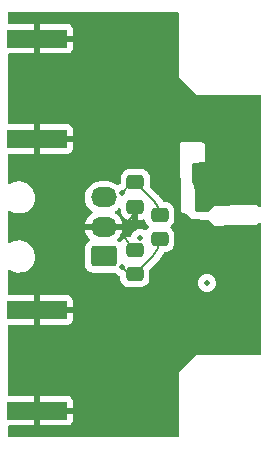
<source format=gbl>
%TF.GenerationSoftware,KiCad,Pcbnew,6.0.4-6f826c9f35~116~ubuntu20.04.1*%
%TF.CreationDate,2022-04-28T13:53:23-05:00*%
%TF.ProjectId,opamp_inverting_single,6f70616d-705f-4696-9e76-657274696e67,1.0*%
%TF.SameCoordinates,Original*%
%TF.FileFunction,Copper,L4,Bot*%
%TF.FilePolarity,Positive*%
%FSLAX46Y46*%
G04 Gerber Fmt 4.6, Leading zero omitted, Abs format (unit mm)*
G04 Created by KiCad (PCBNEW 6.0.4-6f826c9f35~116~ubuntu20.04.1) date 2022-04-28 13:53:23*
%MOMM*%
%LPD*%
G01*
G04 APERTURE LIST*
G04 Aperture macros list*
%AMRoundRect*
0 Rectangle with rounded corners*
0 $1 Rounding radius*
0 $2 $3 $4 $5 $6 $7 $8 $9 X,Y pos of 4 corners*
0 Add a 4 corners polygon primitive as box body*
4,1,4,$2,$3,$4,$5,$6,$7,$8,$9,$2,$3,0*
0 Add four circle primitives for the rounded corners*
1,1,$1+$1,$2,$3*
1,1,$1+$1,$4,$5*
1,1,$1+$1,$6,$7*
1,1,$1+$1,$8,$9*
0 Add four rect primitives between the rounded corners*
20,1,$1+$1,$2,$3,$4,$5,0*
20,1,$1+$1,$4,$5,$6,$7,0*
20,1,$1+$1,$6,$7,$8,$9,0*
20,1,$1+$1,$8,$9,$2,$3,0*%
G04 Aperture macros list end*
%TA.AperFunction,ComponentPad*%
%ADD10RoundRect,0.250000X0.850000X0.600000X-0.850000X0.600000X-0.850000X-0.600000X0.850000X-0.600000X0*%
%TD*%
%TA.AperFunction,ComponentPad*%
%ADD11O,2.200000X1.700000*%
%TD*%
%TA.AperFunction,SMDPad,CuDef*%
%ADD12R,5.080000X1.500000*%
%TD*%
%TA.AperFunction,SMDPad,CuDef*%
%ADD13RoundRect,0.250000X-0.475000X0.337500X-0.475000X-0.337500X0.475000X-0.337500X0.475000X0.337500X0*%
%TD*%
%TA.AperFunction,ViaPad*%
%ADD14C,0.508000*%
%TD*%
%TA.AperFunction,Conductor*%
%ADD15C,0.203200*%
%TD*%
G04 APERTURE END LIST*
D10*
%TO.P,J3,1,Pin_1*%
%TO.N,+5V*%
X150464989Y-89999989D03*
D11*
%TO.P,J3,2,Pin_2*%
%TO.N,GND*%
X150464989Y-87499989D03*
%TO.P,J3,3,Pin_3*%
%TO.N,-5V*%
X150464989Y-84999989D03*
%TD*%
D12*
%TO.P,J2,2,Ext*%
%TO.N,GND*%
X144824989Y-103049989D03*
X144824989Y-94549989D03*
%TD*%
%TO.P,J1,2,Ext*%
%TO.N,GND*%
X144824989Y-80049989D03*
X144824989Y-71549989D03*
%TD*%
D13*
%TO.P,C8,1*%
%TO.N,-5V*%
X155199989Y-86462489D03*
%TO.P,C8,2*%
%TO.N,+5V*%
X155199989Y-88537489D03*
%TD*%
%TO.P,C6,2*%
%TO.N,GND*%
X153149989Y-85787489D03*
%TO.P,C6,1*%
%TO.N,-5V*%
X153149989Y-83712489D03*
%TD*%
%TO.P,C4,1*%
%TO.N,GND*%
X153099989Y-89424989D03*
%TO.P,C4,2*%
%TO.N,+5V*%
X153099989Y-91499989D03*
%TD*%
D14*
%TO.N,-5V*%
X153554989Y-88431589D03*
%TO.N,GND*%
X158074989Y-95399989D03*
%TO.N,+5V*%
X159199989Y-92224989D03*
%TO.N,GND*%
X152024989Y-87499989D03*
X154349989Y-80724989D03*
X147849989Y-103049989D03*
X147904989Y-94539989D03*
%TO.N,+5V*%
X152050712Y-90914266D03*
%TO.N,-5V*%
X151977489Y-84637489D03*
%TO.N,GND*%
X147904279Y-80049989D03*
X147884989Y-71549989D03*
%TD*%
D15*
%TO.N,+5V*%
X152308665Y-91172195D02*
G75*
G03*
X153099989Y-91499989I791335J791295D01*
G01*
X152308653Y-91172207D02*
X152050712Y-90914266D01*
%TO.N,GND*%
X152626018Y-88951042D02*
G75*
G02*
X152024989Y-87499989I1451082J1451042D01*
G01*
X152626030Y-88951030D02*
X153099989Y-89424989D01*
%TO.N,+5V*%
X154590121Y-90009880D02*
G75*
G03*
X155199989Y-88537489I-1472421J1472380D01*
G01*
X154590109Y-90009868D02*
X153099989Y-91499989D01*
%TO.N,-5V*%
X154705017Y-85267512D02*
G75*
G02*
X155199989Y-86462489I-1195017J-1194988D01*
G01*
X154705014Y-85267515D02*
X153149989Y-83712489D01*
X152727487Y-83887505D02*
G75*
G02*
X153149989Y-83712489I422513J-422495D01*
G01*
X152727480Y-83887498D02*
X151977489Y-84637489D01*
%TO.N,GND*%
X152734577Y-86790427D02*
G75*
G03*
X153149989Y-85787489I-1002977J1002927D01*
G01*
X152734564Y-86790414D02*
X152024989Y-87499989D01*
%TD*%
%TA.AperFunction,Conductor*%
%TO.N,GND*%
G36*
X156767110Y-69328491D02*
G01*
X156813603Y-69382147D01*
X156824989Y-69434489D01*
X156824989Y-74799989D01*
X158324989Y-76299989D01*
X163698989Y-76299989D01*
X163767110Y-76319991D01*
X163813603Y-76373647D01*
X163824989Y-76425989D01*
X163824989Y-85695799D01*
X163804987Y-85763920D01*
X163751331Y-85810413D01*
X163681057Y-85820517D01*
X163616477Y-85791023D01*
X163609894Y-85784894D01*
X163424989Y-85599989D01*
X163414868Y-85600278D01*
X162373337Y-85630036D01*
X159924989Y-85699989D01*
X159914433Y-85708786D01*
X159914432Y-85708786D01*
X159360034Y-86170785D01*
X159294897Y-86199029D01*
X159279371Y-86199989D01*
X158350989Y-86199989D01*
X158282868Y-86179987D01*
X158236375Y-86126331D01*
X158224989Y-86073989D01*
X158224989Y-85299989D01*
X158162847Y-84492137D01*
X158126231Y-84016133D01*
X158126231Y-84016132D01*
X158124989Y-83999989D01*
X157946151Y-83731732D01*
X157924989Y-83661840D01*
X157924989Y-82215055D01*
X157944991Y-82146934D01*
X157998647Y-82100441D01*
X158039581Y-82089572D01*
X159006950Y-82001629D01*
X159024989Y-81999989D01*
X159024989Y-80499989D01*
X159014162Y-80492771D01*
X159014161Y-80492770D01*
X158740512Y-80310337D01*
X158740510Y-80310336D01*
X158724989Y-80299989D01*
X157024989Y-80299989D01*
X156924989Y-80399989D01*
X157024989Y-86199989D01*
X157500978Y-86390385D01*
X157543277Y-86418277D01*
X157924989Y-86799989D01*
X159278108Y-86896640D01*
X159344630Y-86921445D01*
X159358225Y-86933225D01*
X159824989Y-87399989D01*
X159835110Y-87399700D01*
X161441556Y-87353801D01*
X163324989Y-87299989D01*
X163423773Y-87267061D01*
X163607803Y-87205718D01*
X163607804Y-87205717D01*
X163624989Y-87199989D01*
X163624989Y-87193774D01*
X163627082Y-87192319D01*
X163694435Y-87169868D01*
X163763234Y-87187395D01*
X163811636Y-87239336D01*
X163824989Y-87295786D01*
X163824989Y-98173989D01*
X163804987Y-98242110D01*
X163751331Y-98288603D01*
X163698989Y-98299989D01*
X158324989Y-98299989D01*
X156824989Y-99799989D01*
X156824989Y-105165489D01*
X156804987Y-105233610D01*
X156751331Y-105280103D01*
X156698989Y-105291489D01*
X142459489Y-105291489D01*
X142391368Y-105271487D01*
X142344875Y-105217831D01*
X142333489Y-105165489D01*
X142333489Y-104433989D01*
X142353491Y-104365868D01*
X142407147Y-104319375D01*
X142459489Y-104307989D01*
X144552874Y-104307989D01*
X144568113Y-104303514D01*
X144569318Y-104302124D01*
X144570989Y-104294441D01*
X144570989Y-104289873D01*
X145078989Y-104289873D01*
X145083464Y-104305112D01*
X145084854Y-104306317D01*
X145092537Y-104307988D01*
X147409658Y-104307988D01*
X147416479Y-104307618D01*
X147467341Y-104302094D01*
X147482593Y-104298468D01*
X147603043Y-104253313D01*
X147618638Y-104244775D01*
X147720713Y-104168274D01*
X147733274Y-104155713D01*
X147809775Y-104053638D01*
X147818313Y-104038043D01*
X147863467Y-103917595D01*
X147867094Y-103902340D01*
X147872620Y-103851475D01*
X147872989Y-103844661D01*
X147872989Y-103322104D01*
X147868514Y-103306865D01*
X147867124Y-103305660D01*
X147859441Y-103303989D01*
X145097104Y-103303989D01*
X145081865Y-103308464D01*
X145080660Y-103309854D01*
X145078989Y-103317537D01*
X145078989Y-104289873D01*
X144570989Y-104289873D01*
X144570989Y-102777874D01*
X145078989Y-102777874D01*
X145083464Y-102793113D01*
X145084854Y-102794318D01*
X145092537Y-102795989D01*
X147854873Y-102795989D01*
X147870112Y-102791514D01*
X147871317Y-102790124D01*
X147872988Y-102782441D01*
X147872988Y-102255320D01*
X147872618Y-102248499D01*
X147867094Y-102197637D01*
X147863468Y-102182385D01*
X147818313Y-102061935D01*
X147809775Y-102046340D01*
X147733274Y-101944265D01*
X147720713Y-101931704D01*
X147618638Y-101855203D01*
X147603043Y-101846665D01*
X147482595Y-101801511D01*
X147467340Y-101797884D01*
X147416475Y-101792358D01*
X147409661Y-101791989D01*
X145097104Y-101791989D01*
X145081865Y-101796464D01*
X145080660Y-101797854D01*
X145078989Y-101805537D01*
X145078989Y-102777874D01*
X144570989Y-102777874D01*
X144570989Y-101810105D01*
X144566514Y-101794866D01*
X144565124Y-101793661D01*
X144557441Y-101791990D01*
X142459489Y-101791990D01*
X142391368Y-101771988D01*
X142344875Y-101718332D01*
X142333489Y-101665990D01*
X142333489Y-95933989D01*
X142353491Y-95865868D01*
X142407147Y-95819375D01*
X142459489Y-95807989D01*
X144552874Y-95807989D01*
X144568113Y-95803514D01*
X144569318Y-95802124D01*
X144570989Y-95794441D01*
X144570989Y-95789873D01*
X145078989Y-95789873D01*
X145083464Y-95805112D01*
X145084854Y-95806317D01*
X145092537Y-95807988D01*
X147409658Y-95807988D01*
X147416479Y-95807618D01*
X147467341Y-95802094D01*
X147482593Y-95798468D01*
X147603043Y-95753313D01*
X147618638Y-95744775D01*
X147720713Y-95668274D01*
X147733274Y-95655713D01*
X147809775Y-95553638D01*
X147818313Y-95538043D01*
X147863467Y-95417595D01*
X147867094Y-95402340D01*
X147872620Y-95351475D01*
X147872989Y-95344661D01*
X147872989Y-94822104D01*
X147868514Y-94806865D01*
X147867124Y-94805660D01*
X147859441Y-94803989D01*
X145097104Y-94803989D01*
X145081865Y-94808464D01*
X145080660Y-94809854D01*
X145078989Y-94817537D01*
X145078989Y-95789873D01*
X144570989Y-95789873D01*
X144570989Y-94277874D01*
X145078989Y-94277874D01*
X145083464Y-94293113D01*
X145084854Y-94294318D01*
X145092537Y-94295989D01*
X147854873Y-94295989D01*
X147870112Y-94291514D01*
X147871317Y-94290124D01*
X147872988Y-94282441D01*
X147872988Y-93755320D01*
X147872618Y-93748499D01*
X147867094Y-93697637D01*
X147863468Y-93682385D01*
X147818313Y-93561935D01*
X147809775Y-93546340D01*
X147733274Y-93444265D01*
X147720713Y-93431704D01*
X147618638Y-93355203D01*
X147603043Y-93346665D01*
X147482595Y-93301511D01*
X147467340Y-93297884D01*
X147416475Y-93292358D01*
X147409661Y-93291989D01*
X145097104Y-93291989D01*
X145081865Y-93296464D01*
X145080660Y-93297854D01*
X145078989Y-93305537D01*
X145078989Y-94277874D01*
X144570989Y-94277874D01*
X144570989Y-93310105D01*
X144566514Y-93294866D01*
X144565124Y-93293661D01*
X144557441Y-93291990D01*
X142459489Y-93291990D01*
X142391368Y-93271988D01*
X142344875Y-93218332D01*
X142333489Y-93165990D01*
X142333489Y-91238282D01*
X142353491Y-91170161D01*
X142407147Y-91123668D01*
X142477421Y-91113564D01*
X142521821Y-91128780D01*
X142713103Y-91237664D01*
X142929814Y-91316326D01*
X142935063Y-91317275D01*
X142935066Y-91317276D01*
X143152597Y-91356612D01*
X143152604Y-91356613D01*
X143156681Y-91357350D01*
X143173878Y-91358161D01*
X143179345Y-91358419D01*
X143179352Y-91358419D01*
X143180833Y-91358489D01*
X143342879Y-91358489D01*
X143409798Y-91352811D01*
X143509398Y-91344360D01*
X143509402Y-91344359D01*
X143514709Y-91343909D01*
X143519864Y-91342571D01*
X143519870Y-91342570D01*
X143732692Y-91287332D01*
X143732696Y-91287331D01*
X143737861Y-91285990D01*
X143742727Y-91283798D01*
X143742730Y-91283797D01*
X143943191Y-91193496D01*
X143948064Y-91191301D01*
X144139308Y-91062548D01*
X144306124Y-90903413D01*
X144443743Y-90718447D01*
X144478346Y-90650389D01*
X144545811Y-90517693D01*
X144548229Y-90512938D01*
X144565935Y-90455918D01*
X144615013Y-90297860D01*
X144616596Y-90292762D01*
X144626049Y-90221439D01*
X144646187Y-90069500D01*
X144646187Y-90069495D01*
X144646887Y-90064215D01*
X144638238Y-89833831D01*
X144590896Y-89608198D01*
X144576116Y-89570773D01*
X144508174Y-89398733D01*
X144508173Y-89398731D01*
X144506213Y-89393768D01*
X144479405Y-89349589D01*
X144389379Y-89201232D01*
X144386612Y-89196672D01*
X144317036Y-89116492D01*
X144239012Y-89026577D01*
X144239010Y-89026575D01*
X144235512Y-89022544D01*
X144193959Y-88988473D01*
X144061362Y-88879749D01*
X144061356Y-88879745D01*
X144057234Y-88876365D01*
X144052598Y-88873726D01*
X144052595Y-88873724D01*
X143861518Y-88764957D01*
X143856875Y-88762314D01*
X143640164Y-88683652D01*
X143634915Y-88682703D01*
X143634912Y-88682702D01*
X143417381Y-88643366D01*
X143417374Y-88643365D01*
X143413297Y-88642628D01*
X143395575Y-88641792D01*
X143390633Y-88641559D01*
X143390626Y-88641559D01*
X143389145Y-88641489D01*
X143227099Y-88641489D01*
X143160180Y-88647167D01*
X143060580Y-88655618D01*
X143060576Y-88655619D01*
X143055269Y-88656069D01*
X143050114Y-88657407D01*
X143050108Y-88657408D01*
X142837286Y-88712646D01*
X142837282Y-88712647D01*
X142832117Y-88713988D01*
X142827251Y-88716180D01*
X142827248Y-88716181D01*
X142680360Y-88782349D01*
X142621914Y-88808677D01*
X142617481Y-88811661D01*
X142617480Y-88811662D01*
X142529856Y-88870654D01*
X142462178Y-88892105D01*
X142393646Y-88873561D01*
X142346018Y-88820910D01*
X142333489Y-88766134D01*
X142333489Y-86238282D01*
X142353491Y-86170161D01*
X142407147Y-86123668D01*
X142477421Y-86113564D01*
X142521821Y-86128780D01*
X142713103Y-86237664D01*
X142929814Y-86316326D01*
X142935063Y-86317275D01*
X142935066Y-86317276D01*
X143152597Y-86356612D01*
X143152604Y-86356613D01*
X143156681Y-86357350D01*
X143174403Y-86358186D01*
X143179345Y-86358419D01*
X143179352Y-86358419D01*
X143180833Y-86358489D01*
X143342879Y-86358489D01*
X143409798Y-86352811D01*
X143509398Y-86344360D01*
X143509402Y-86344359D01*
X143514709Y-86343909D01*
X143519864Y-86342571D01*
X143519870Y-86342570D01*
X143732692Y-86287332D01*
X143732696Y-86287331D01*
X143737861Y-86285990D01*
X143742727Y-86283798D01*
X143742730Y-86283797D01*
X143930908Y-86199029D01*
X143948064Y-86191301D01*
X144139308Y-86062548D01*
X144306124Y-85903413D01*
X144443743Y-85718447D01*
X144453391Y-85699472D01*
X144537780Y-85533489D01*
X144548229Y-85512938D01*
X144571898Y-85436714D01*
X144615013Y-85297860D01*
X144616596Y-85292762D01*
X144624386Y-85233986D01*
X144646187Y-85069500D01*
X144646187Y-85069495D01*
X144646887Y-85064215D01*
X144644035Y-84988232D01*
X144642065Y-84935763D01*
X148853091Y-84935763D01*
X148853291Y-84941092D01*
X148853291Y-84941094D01*
X148857416Y-85050955D01*
X148861740Y-85166147D01*
X148909082Y-85391780D01*
X148911040Y-85396739D01*
X148911041Y-85396741D01*
X148987904Y-85591368D01*
X148993765Y-85606210D01*
X148996532Y-85610769D01*
X148996533Y-85610772D01*
X149056010Y-85708786D01*
X149113366Y-85803306D01*
X149116863Y-85807336D01*
X149256994Y-85968823D01*
X149264466Y-85977434D01*
X149268597Y-85980821D01*
X149438616Y-86120229D01*
X149438622Y-86120233D01*
X149442744Y-86123613D01*
X149447387Y-86126256D01*
X149474724Y-86141818D01*
X149524030Y-86192901D01*
X149537891Y-86262531D01*
X149511907Y-86328602D01*
X149482757Y-86355840D01*
X149365411Y-86434841D01*
X149357119Y-86441508D01*
X149198089Y-86593217D01*
X149191048Y-86601175D01*
X149059848Y-86777514D01*
X149054244Y-86786551D01*
X148954632Y-86982473D01*
X148950632Y-86992324D01*
X148885455Y-87202229D01*
X148883172Y-87212613D01*
X148881128Y-87228032D01*
X148883324Y-87242196D01*
X148896511Y-87245989D01*
X152031181Y-87245989D01*
X152044712Y-87242016D01*
X152046237Y-87231409D01*
X152021512Y-87113568D01*
X152018452Y-87103372D01*
X151937726Y-86898960D01*
X151932995Y-86889428D01*
X151818973Y-86701527D01*
X151812709Y-86692937D01*
X151668662Y-86526937D01*
X151661031Y-86519517D01*
X151491078Y-86380163D01*
X151482315Y-86374141D01*
X151455278Y-86358751D01*
X151405971Y-86307669D01*
X151392109Y-86238038D01*
X151418092Y-86171967D01*
X151447242Y-86144728D01*
X151500521Y-86108858D01*
X151569308Y-86062548D01*
X151658531Y-85977434D01*
X151704018Y-85934041D01*
X151767115Y-85901494D01*
X151837792Y-85908225D01*
X151893609Y-85952099D01*
X151916990Y-86025211D01*
X151916990Y-86172084D01*
X151917327Y-86178603D01*
X151927246Y-86274195D01*
X151930138Y-86287589D01*
X151981577Y-86441773D01*
X151987750Y-86454951D01*
X152073052Y-86592796D01*
X152082088Y-86604197D01*
X152196818Y-86718728D01*
X152208229Y-86727740D01*
X152346232Y-86812805D01*
X152359413Y-86818952D01*
X152513699Y-86870127D01*
X152527075Y-86872994D01*
X152621427Y-86882661D01*
X152627843Y-86882989D01*
X152877874Y-86882989D01*
X152893113Y-86878514D01*
X152894318Y-86877124D01*
X152895989Y-86869441D01*
X152895989Y-85659489D01*
X152915991Y-85591368D01*
X152969647Y-85544875D01*
X153021989Y-85533489D01*
X153277989Y-85533489D01*
X153346110Y-85553491D01*
X153392603Y-85607147D01*
X153403989Y-85659489D01*
X153403989Y-86864873D01*
X153408464Y-86880112D01*
X153409854Y-86881317D01*
X153417537Y-86882988D01*
X153672084Y-86882988D01*
X153678603Y-86882651D01*
X153774195Y-86872732D01*
X153787593Y-86869839D01*
X153814673Y-86860805D01*
X153885623Y-86858221D01*
X153946706Y-86894406D01*
X153977088Y-86952543D01*
X153977463Y-86956155D01*
X154033439Y-87123935D01*
X154126511Y-87274337D01*
X154251686Y-87399294D01*
X154255905Y-87401895D01*
X154296406Y-87459019D01*
X154299638Y-87529942D01*
X154264013Y-87591354D01*
X154256459Y-87597911D01*
X154250641Y-87601511D01*
X154125684Y-87726686D01*
X154121842Y-87732918D01*
X154121841Y-87732920D01*
X154120031Y-87735856D01*
X154118272Y-87737439D01*
X154117306Y-87738662D01*
X154117097Y-87738497D01*
X154067258Y-87783349D01*
X153997187Y-87794771D01*
X153945258Y-87776125D01*
X153897305Y-87745693D01*
X153897302Y-87745691D01*
X153891362Y-87741922D01*
X153882207Y-87738662D01*
X153736843Y-87686900D01*
X153736838Y-87686899D01*
X153730208Y-87684538D01*
X153723220Y-87683705D01*
X153723217Y-87683704D01*
X153607644Y-87669923D01*
X153560346Y-87664283D01*
X153553343Y-87665019D01*
X153553342Y-87665019D01*
X153508947Y-87669685D01*
X153390217Y-87682164D01*
X153380060Y-87685622D01*
X153234945Y-87735023D01*
X153234942Y-87735024D01*
X153228278Y-87737293D01*
X153082577Y-87826929D01*
X153077546Y-87831856D01*
X153077543Y-87831858D01*
X153060558Y-87848491D01*
X152960355Y-87946617D01*
X152867687Y-88090409D01*
X152819623Y-88222464D01*
X152810844Y-88246585D01*
X152768750Y-88303756D01*
X152702429Y-88329094D01*
X152692443Y-88329490D01*
X152577894Y-88329490D01*
X152571375Y-88329827D01*
X152475783Y-88339746D01*
X152462389Y-88342638D01*
X152308205Y-88394077D01*
X152295027Y-88400250D01*
X152157182Y-88485552D01*
X152145781Y-88494588D01*
X152031250Y-88609318D01*
X152022238Y-88620729D01*
X151943556Y-88748376D01*
X151890784Y-88795869D01*
X151820713Y-88807293D01*
X151770182Y-88789521D01*
X151642209Y-88710636D01*
X151594715Y-88657864D01*
X151583292Y-88587793D01*
X151611566Y-88522669D01*
X151621353Y-88512207D01*
X151731895Y-88406755D01*
X151738930Y-88398803D01*
X151870130Y-88222464D01*
X151875734Y-88213427D01*
X151975346Y-88017505D01*
X151979346Y-88007654D01*
X152044523Y-87797749D01*
X152046806Y-87787365D01*
X152048850Y-87771946D01*
X152046654Y-87757782D01*
X152033467Y-87753989D01*
X148898797Y-87753989D01*
X148885266Y-87757962D01*
X148883741Y-87768569D01*
X148908466Y-87886410D01*
X148911526Y-87896606D01*
X148992252Y-88101018D01*
X148996983Y-88110550D01*
X149111005Y-88298451D01*
X149117269Y-88307041D01*
X149261316Y-88473041D01*
X149268945Y-88480459D01*
X149300558Y-88506380D01*
X149340553Y-88565040D01*
X149342485Y-88636010D01*
X149305741Y-88696759D01*
X149286972Y-88710958D01*
X149140641Y-88801511D01*
X149015684Y-88926686D01*
X149011844Y-88932916D01*
X149011843Y-88932917D01*
X148948069Y-89036378D01*
X148922874Y-89077251D01*
X148905252Y-89130379D01*
X148881752Y-89201232D01*
X148867192Y-89245128D01*
X148856489Y-89349589D01*
X148856489Y-90650389D01*
X148856826Y-90653635D01*
X148856826Y-90653639D01*
X148863995Y-90722729D01*
X148867463Y-90756155D01*
X148923439Y-90923935D01*
X149016511Y-91074337D01*
X149021693Y-91079510D01*
X149055611Y-91113369D01*
X149141686Y-91199294D01*
X149147916Y-91203134D01*
X149147917Y-91203135D01*
X149278775Y-91283797D01*
X149292251Y-91292104D01*
X149368143Y-91317276D01*
X149453600Y-91345621D01*
X149453602Y-91345621D01*
X149460128Y-91347786D01*
X149466964Y-91348486D01*
X149466967Y-91348487D01*
X149504682Y-91352351D01*
X149564589Y-91358489D01*
X151365389Y-91358489D01*
X151365389Y-91360018D01*
X151428593Y-91375033D01*
X151456744Y-91396919D01*
X151561601Y-91505500D01*
X151704742Y-91599169D01*
X151711346Y-91601625D01*
X151711348Y-91601626D01*
X151784409Y-91628797D01*
X151841285Y-91671289D01*
X151866159Y-91737786D01*
X151866489Y-91746894D01*
X151866489Y-91887889D01*
X151866826Y-91891135D01*
X151866826Y-91891139D01*
X151867755Y-91900086D01*
X151877463Y-91993655D01*
X151933439Y-92161435D01*
X152026511Y-92311837D01*
X152151686Y-92436794D01*
X152157916Y-92440634D01*
X152157917Y-92440635D01*
X152295079Y-92525183D01*
X152302251Y-92529604D01*
X152372393Y-92552869D01*
X152463600Y-92583121D01*
X152463602Y-92583121D01*
X152470128Y-92585286D01*
X152476964Y-92585986D01*
X152476967Y-92585987D01*
X152520020Y-92590398D01*
X152574589Y-92595989D01*
X153625389Y-92595989D01*
X153628635Y-92595652D01*
X153628639Y-92595652D01*
X153724297Y-92585727D01*
X153724301Y-92585726D01*
X153731155Y-92585015D01*
X153737691Y-92582834D01*
X153737693Y-92582834D01*
X153869795Y-92538761D01*
X153898935Y-92529039D01*
X154049337Y-92435967D01*
X154174294Y-92310792D01*
X154211560Y-92250336D01*
X154233788Y-92214275D01*
X158432739Y-92214275D01*
X158449432Y-92384525D01*
X158503429Y-92546845D01*
X158507076Y-92552867D01*
X158507077Y-92552869D01*
X158588395Y-92687143D01*
X158588398Y-92687146D01*
X158592045Y-92693169D01*
X158710878Y-92816223D01*
X158854019Y-92909892D01*
X158860623Y-92912348D01*
X158860625Y-92912349D01*
X159007746Y-92967063D01*
X159007748Y-92967063D01*
X159014356Y-92969521D01*
X159093443Y-92980074D01*
X159176938Y-92991215D01*
X159176942Y-92991215D01*
X159183919Y-92992146D01*
X159190930Y-92991508D01*
X159190934Y-92991508D01*
X159347262Y-92977281D01*
X159347264Y-92977281D01*
X159354281Y-92976642D01*
X159360979Y-92974466D01*
X159360982Y-92974465D01*
X159510278Y-92925955D01*
X159510280Y-92925954D01*
X159516974Y-92923779D01*
X159663913Y-92836186D01*
X159787794Y-92718216D01*
X159801068Y-92698238D01*
X159869225Y-92595652D01*
X159882460Y-92575732D01*
X159937202Y-92431623D01*
X159940707Y-92422397D01*
X159940708Y-92422395D01*
X159943207Y-92415815D01*
X159967015Y-92246414D01*
X159967314Y-92224989D01*
X159948245Y-92054989D01*
X159929164Y-92000193D01*
X159894303Y-91900086D01*
X159894302Y-91900084D01*
X159891988Y-91893439D01*
X159801337Y-91748367D01*
X159788148Y-91735085D01*
X159712578Y-91658986D01*
X159680798Y-91626983D01*
X159615528Y-91585562D01*
X159542305Y-91539093D01*
X159542302Y-91539091D01*
X159536362Y-91535322D01*
X159529729Y-91532960D01*
X159381843Y-91480300D01*
X159381838Y-91480299D01*
X159375208Y-91477938D01*
X159368220Y-91477105D01*
X159368217Y-91477104D01*
X159252644Y-91463323D01*
X159205346Y-91457683D01*
X159198343Y-91458419D01*
X159198342Y-91458419D01*
X159153947Y-91463085D01*
X159035217Y-91475564D01*
X159025060Y-91479022D01*
X158879945Y-91528423D01*
X158879942Y-91528424D01*
X158873278Y-91530693D01*
X158727577Y-91620329D01*
X158722546Y-91625256D01*
X158722543Y-91625258D01*
X158675538Y-91671289D01*
X158605355Y-91740017D01*
X158601536Y-91745942D01*
X158601535Y-91745944D01*
X158596124Y-91754341D01*
X158512687Y-91883809D01*
X158510276Y-91890432D01*
X158510275Y-91890435D01*
X158456589Y-92037936D01*
X158456588Y-92037941D01*
X158454179Y-92044559D01*
X158432739Y-92214275D01*
X154233788Y-92214275D01*
X154263264Y-92166457D01*
X154263265Y-92166455D01*
X154267104Y-92160227D01*
X154322786Y-91992350D01*
X154333489Y-91887889D01*
X154333489Y-91181490D01*
X154353491Y-91113369D01*
X154370394Y-91092395D01*
X154984513Y-90478276D01*
X154997953Y-90466612D01*
X155012195Y-90455918D01*
X155015493Y-90453442D01*
X155024689Y-90444436D01*
X155026804Y-90441739D01*
X155226032Y-90218795D01*
X155228080Y-90215908D01*
X155228086Y-90215901D01*
X155398969Y-89975058D01*
X155398973Y-89975052D01*
X155401019Y-89972168D01*
X155547293Y-89707500D01*
X155548435Y-89704743D01*
X155595937Y-89652126D01*
X155661886Y-89633489D01*
X155725389Y-89633489D01*
X155728635Y-89633152D01*
X155728639Y-89633152D01*
X155824297Y-89623227D01*
X155824301Y-89623226D01*
X155831155Y-89622515D01*
X155837691Y-89620334D01*
X155837693Y-89620334D01*
X155991987Y-89568857D01*
X155998935Y-89566539D01*
X156149337Y-89473467D01*
X156274294Y-89348292D01*
X156333670Y-89251967D01*
X156363264Y-89203957D01*
X156363265Y-89203955D01*
X156367104Y-89197727D01*
X156422786Y-89029850D01*
X156433489Y-88925389D01*
X156433489Y-88149589D01*
X156433152Y-88146339D01*
X156423227Y-88050681D01*
X156423226Y-88050677D01*
X156422515Y-88043823D01*
X156366539Y-87876043D01*
X156273467Y-87725641D01*
X156148292Y-87600684D01*
X156144073Y-87598083D01*
X156103572Y-87540959D01*
X156100340Y-87470036D01*
X156135965Y-87408624D01*
X156143519Y-87402067D01*
X156149337Y-87398467D01*
X156274294Y-87273292D01*
X156311697Y-87212613D01*
X156363264Y-87128957D01*
X156363265Y-87128955D01*
X156367104Y-87122727D01*
X156393553Y-87042984D01*
X156420621Y-86961378D01*
X156420621Y-86961376D01*
X156422786Y-86954850D01*
X156433489Y-86850389D01*
X156433489Y-86074589D01*
X156423760Y-85980821D01*
X156423227Y-85975681D01*
X156423226Y-85975677D01*
X156422515Y-85968823D01*
X156416936Y-85952099D01*
X156368857Y-85807991D01*
X156366539Y-85801043D01*
X156273467Y-85650641D01*
X156148292Y-85525684D01*
X156127614Y-85512938D01*
X156003957Y-85436714D01*
X156003955Y-85436713D01*
X155997727Y-85432874D01*
X155873832Y-85391780D01*
X155836378Y-85379357D01*
X155836376Y-85379357D01*
X155829850Y-85377192D01*
X155823014Y-85376492D01*
X155823011Y-85376491D01*
X155779958Y-85372080D01*
X155725389Y-85366489D01*
X155606585Y-85366489D01*
X155538464Y-85346487D01*
X155496307Y-85301437D01*
X155462331Y-85239961D01*
X155462320Y-85239943D01*
X155460618Y-85236864D01*
X155311129Y-85026175D01*
X155192751Y-84893707D01*
X155193983Y-84892606D01*
X155191139Y-84890389D01*
X155190919Y-84890609D01*
X155184629Y-84884319D01*
X155179770Y-84879180D01*
X155162311Y-84859642D01*
X155155511Y-84851347D01*
X155151076Y-84845441D01*
X155151071Y-84845435D01*
X155148599Y-84842143D01*
X155144450Y-84837906D01*
X155142486Y-84835899D01*
X155142481Y-84835894D01*
X155139594Y-84832946D01*
X155116210Y-84814610D01*
X155104863Y-84804553D01*
X154420393Y-84120082D01*
X154386368Y-84057770D01*
X154383489Y-84030987D01*
X154383489Y-83324589D01*
X154372515Y-83218823D01*
X154316539Y-83051043D01*
X154223467Y-82900641D01*
X154098292Y-82775684D01*
X154092061Y-82771843D01*
X153953957Y-82686714D01*
X153953955Y-82686713D01*
X153947727Y-82682874D01*
X153787243Y-82629644D01*
X153786378Y-82629357D01*
X153786376Y-82629357D01*
X153779850Y-82627192D01*
X153773014Y-82626492D01*
X153773011Y-82626491D01*
X153729958Y-82622080D01*
X153675389Y-82616489D01*
X152624589Y-82616489D01*
X152621343Y-82616826D01*
X152621339Y-82616826D01*
X152525681Y-82626751D01*
X152525677Y-82626752D01*
X152518823Y-82627463D01*
X152512287Y-82629644D01*
X152512285Y-82629644D01*
X152380183Y-82673717D01*
X152351043Y-82683439D01*
X152200641Y-82776511D01*
X152075684Y-82901686D01*
X151982874Y-83052251D01*
X151927192Y-83220128D01*
X151916489Y-83324589D01*
X151916489Y-83764745D01*
X151896487Y-83832866D01*
X151842831Y-83879359D01*
X151818634Y-83887442D01*
X151812717Y-83888064D01*
X151806056Y-83890331D01*
X151806054Y-83890332D01*
X151728019Y-83916898D01*
X151659126Y-83940351D01*
X151588195Y-83943369D01*
X151538630Y-83918507D01*
X151501186Y-83887805D01*
X151487234Y-83876365D01*
X151482598Y-83873726D01*
X151482595Y-83873724D01*
X151291518Y-83764957D01*
X151286875Y-83762314D01*
X151070164Y-83683652D01*
X151064915Y-83682703D01*
X151064912Y-83682702D01*
X150847381Y-83643366D01*
X150847374Y-83643365D01*
X150843297Y-83642628D01*
X150825575Y-83641792D01*
X150820633Y-83641559D01*
X150820626Y-83641559D01*
X150819145Y-83641489D01*
X150157099Y-83641489D01*
X150090180Y-83647167D01*
X149990580Y-83655618D01*
X149990576Y-83655619D01*
X149985269Y-83656069D01*
X149980114Y-83657407D01*
X149980108Y-83657408D01*
X149767286Y-83712646D01*
X149767282Y-83712647D01*
X149762117Y-83713988D01*
X149757251Y-83716180D01*
X149757248Y-83716181D01*
X149610360Y-83782349D01*
X149551914Y-83808677D01*
X149360670Y-83937430D01*
X149193854Y-84096565D01*
X149056235Y-84281531D01*
X148951749Y-84487040D01*
X148950167Y-84492134D01*
X148950166Y-84492137D01*
X148888104Y-84692009D01*
X148883382Y-84707216D01*
X148882681Y-84712505D01*
X148859076Y-84890609D01*
X148853091Y-84935763D01*
X144642065Y-84935763D01*
X144640486Y-84893707D01*
X144638238Y-84833831D01*
X144590896Y-84608198D01*
X144506213Y-84393768D01*
X144386612Y-84196672D01*
X144299744Y-84096565D01*
X144239012Y-84026577D01*
X144239010Y-84026575D01*
X144235512Y-84022544D01*
X144173905Y-83972029D01*
X144061362Y-83879749D01*
X144061356Y-83879745D01*
X144057234Y-83876365D01*
X144052598Y-83873726D01*
X144052595Y-83873724D01*
X143861518Y-83764957D01*
X143856875Y-83762314D01*
X143640164Y-83683652D01*
X143634915Y-83682703D01*
X143634912Y-83682702D01*
X143417381Y-83643366D01*
X143417374Y-83643365D01*
X143413297Y-83642628D01*
X143395575Y-83641792D01*
X143390633Y-83641559D01*
X143390626Y-83641559D01*
X143389145Y-83641489D01*
X143227099Y-83641489D01*
X143160180Y-83647167D01*
X143060580Y-83655618D01*
X143060576Y-83655619D01*
X143055269Y-83656069D01*
X143050114Y-83657407D01*
X143050108Y-83657408D01*
X142837286Y-83712646D01*
X142837282Y-83712647D01*
X142832117Y-83713988D01*
X142827251Y-83716180D01*
X142827248Y-83716181D01*
X142680360Y-83782349D01*
X142621914Y-83808677D01*
X142617481Y-83811661D01*
X142617480Y-83811662D01*
X142529856Y-83870654D01*
X142462178Y-83892105D01*
X142393646Y-83873561D01*
X142346018Y-83820910D01*
X142333489Y-83766134D01*
X142333489Y-81433989D01*
X142353491Y-81365868D01*
X142407147Y-81319375D01*
X142459489Y-81307989D01*
X144552874Y-81307989D01*
X144568113Y-81303514D01*
X144569318Y-81302124D01*
X144570989Y-81294441D01*
X144570989Y-81289873D01*
X145078989Y-81289873D01*
X145083464Y-81305112D01*
X145084854Y-81306317D01*
X145092537Y-81307988D01*
X147409658Y-81307988D01*
X147416479Y-81307618D01*
X147467341Y-81302094D01*
X147482593Y-81298468D01*
X147603043Y-81253313D01*
X147618638Y-81244775D01*
X147720713Y-81168274D01*
X147733274Y-81155713D01*
X147809775Y-81053638D01*
X147818313Y-81038043D01*
X147863467Y-80917595D01*
X147867094Y-80902340D01*
X147872620Y-80851475D01*
X147872989Y-80844661D01*
X147872989Y-80322104D01*
X147868514Y-80306865D01*
X147867124Y-80305660D01*
X147859441Y-80303989D01*
X145097104Y-80303989D01*
X145081865Y-80308464D01*
X145080660Y-80309854D01*
X145078989Y-80317537D01*
X145078989Y-81289873D01*
X144570989Y-81289873D01*
X144570989Y-79777874D01*
X145078989Y-79777874D01*
X145083464Y-79793113D01*
X145084854Y-79794318D01*
X145092537Y-79795989D01*
X147854873Y-79795989D01*
X147870112Y-79791514D01*
X147871317Y-79790124D01*
X147872988Y-79782441D01*
X147872988Y-79255320D01*
X147872618Y-79248499D01*
X147867094Y-79197637D01*
X147863468Y-79182385D01*
X147818313Y-79061935D01*
X147809775Y-79046340D01*
X147733274Y-78944265D01*
X147720713Y-78931704D01*
X147618638Y-78855203D01*
X147603043Y-78846665D01*
X147482595Y-78801511D01*
X147467340Y-78797884D01*
X147416475Y-78792358D01*
X147409661Y-78791989D01*
X145097104Y-78791989D01*
X145081865Y-78796464D01*
X145080660Y-78797854D01*
X145078989Y-78805537D01*
X145078989Y-79777874D01*
X144570989Y-79777874D01*
X144570989Y-78810105D01*
X144566514Y-78794866D01*
X144565124Y-78793661D01*
X144557441Y-78791990D01*
X142459489Y-78791990D01*
X142391368Y-78771988D01*
X142344875Y-78718332D01*
X142333489Y-78665990D01*
X142333489Y-72933989D01*
X142353491Y-72865868D01*
X142407147Y-72819375D01*
X142459489Y-72807989D01*
X144552874Y-72807989D01*
X144568113Y-72803514D01*
X144569318Y-72802124D01*
X144570989Y-72794441D01*
X144570989Y-72789873D01*
X145078989Y-72789873D01*
X145083464Y-72805112D01*
X145084854Y-72806317D01*
X145092537Y-72807988D01*
X147409658Y-72807988D01*
X147416479Y-72807618D01*
X147467341Y-72802094D01*
X147482593Y-72798468D01*
X147603043Y-72753313D01*
X147618638Y-72744775D01*
X147720713Y-72668274D01*
X147733274Y-72655713D01*
X147809775Y-72553638D01*
X147818313Y-72538043D01*
X147863467Y-72417595D01*
X147867094Y-72402340D01*
X147872620Y-72351475D01*
X147872989Y-72344661D01*
X147872989Y-71822104D01*
X147868514Y-71806865D01*
X147867124Y-71805660D01*
X147859441Y-71803989D01*
X145097104Y-71803989D01*
X145081865Y-71808464D01*
X145080660Y-71809854D01*
X145078989Y-71817537D01*
X145078989Y-72789873D01*
X144570989Y-72789873D01*
X144570989Y-71277874D01*
X145078989Y-71277874D01*
X145083464Y-71293113D01*
X145084854Y-71294318D01*
X145092537Y-71295989D01*
X147854873Y-71295989D01*
X147870112Y-71291514D01*
X147871317Y-71290124D01*
X147872988Y-71282441D01*
X147872988Y-70755320D01*
X147872618Y-70748499D01*
X147867094Y-70697637D01*
X147863468Y-70682385D01*
X147818313Y-70561935D01*
X147809775Y-70546340D01*
X147733274Y-70444265D01*
X147720713Y-70431704D01*
X147618638Y-70355203D01*
X147603043Y-70346665D01*
X147482595Y-70301511D01*
X147467340Y-70297884D01*
X147416475Y-70292358D01*
X147409661Y-70291989D01*
X145097104Y-70291989D01*
X145081865Y-70296464D01*
X145080660Y-70297854D01*
X145078989Y-70305537D01*
X145078989Y-71277874D01*
X144570989Y-71277874D01*
X144570989Y-70310105D01*
X144566514Y-70294866D01*
X144565124Y-70293661D01*
X144557441Y-70291990D01*
X142459489Y-70291990D01*
X142391368Y-70271988D01*
X142344875Y-70218332D01*
X142333489Y-70165990D01*
X142333489Y-69434489D01*
X142353491Y-69366368D01*
X142407147Y-69319875D01*
X142459489Y-69308489D01*
X156698989Y-69308489D01*
X156767110Y-69328491D01*
G37*
%TD.AperFunction*%
%TD*%
M02*

</source>
